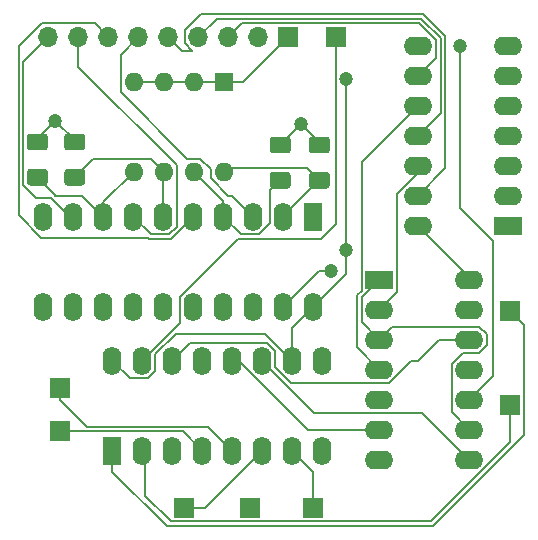
<source format=gbr>
%TF.GenerationSoftware,KiCad,Pcbnew,(5.1.6)-1*%
%TF.CreationDate,2020-10-26T14:55:51-07:00*%
%TF.ProjectId,DigitController2,44696769-7443-46f6-9e74-726f6c6c6572,rev?*%
%TF.SameCoordinates,Original*%
%TF.FileFunction,Copper,L1,Top*%
%TF.FilePolarity,Positive*%
%FSLAX46Y46*%
G04 Gerber Fmt 4.6, Leading zero omitted, Abs format (unit mm)*
G04 Created by KiCad (PCBNEW (5.1.6)-1) date 2020-10-26 14:55:51*
%MOMM*%
%LPD*%
G01*
G04 APERTURE LIST*
%TA.AperFunction,ComponentPad*%
%ADD10O,1.600000X2.400000*%
%TD*%
%TA.AperFunction,ComponentPad*%
%ADD11R,1.600000X2.400000*%
%TD*%
%TA.AperFunction,ComponentPad*%
%ADD12R,1.600000X1.600000*%
%TD*%
%TA.AperFunction,ComponentPad*%
%ADD13O,1.600000X1.600000*%
%TD*%
%TA.AperFunction,ComponentPad*%
%ADD14O,2.400000X1.600000*%
%TD*%
%TA.AperFunction,ComponentPad*%
%ADD15R,2.400000X1.600000*%
%TD*%
%TA.AperFunction,ComponentPad*%
%ADD16R,1.700000X1.700000*%
%TD*%
%TA.AperFunction,ComponentPad*%
%ADD17O,1.700000X1.700000*%
%TD*%
%TA.AperFunction,ViaPad*%
%ADD18C,1.200000*%
%TD*%
%TA.AperFunction,Conductor*%
%ADD19C,0.200000*%
%TD*%
G04 APERTURE END LIST*
D10*
%TO.P,U3,16*%
%TO.N,/VCC*%
X120904000Y-114808000D03*
%TO.P,U3,8*%
%TO.N,/GND*%
X138684000Y-122428000D03*
%TO.P,U3,15*%
%TO.N,/SEG_A*%
X123444000Y-114808000D03*
%TO.P,U3,7*%
%TO.N,/SEG_H*%
X136144000Y-122428000D03*
%TO.P,U3,14*%
%TO.N,Net-(IC1-Pad12)*%
X125984000Y-114808000D03*
%TO.P,U3,6*%
%TO.N,/SEG_G*%
X133604000Y-122428000D03*
%TO.P,U3,13*%
%TO.N,/GND*%
X128524000Y-114808000D03*
%TO.P,U3,5*%
%TO.N,/SEG_F*%
X131064000Y-122428000D03*
%TO.P,U3,12*%
%TO.N,Net-(IC1-Pad6)*%
X131064000Y-114808000D03*
%TO.P,U3,4*%
%TO.N,/SEG_E*%
X128524000Y-122428000D03*
%TO.P,U3,11*%
%TO.N,Net-(IC1-Pad8)*%
X133604000Y-114808000D03*
%TO.P,U3,3*%
%TO.N,/SEG_D*%
X125984000Y-122428000D03*
%TO.P,U3,10*%
%TO.N,/VCC*%
X136144000Y-114808000D03*
%TO.P,U3,2*%
%TO.N,/SEG_C*%
X123444000Y-122428000D03*
%TO.P,U3,9*%
%TO.N,Net-(U3-Pad9)*%
X138684000Y-114808000D03*
D11*
%TO.P,U3,1*%
%TO.N,/SEG_B*%
X120904000Y-122428000D03*
%TD*%
D12*
%TO.P,SW1,1*%
%TO.N,/VCC*%
X130322000Y-91190000D03*
D13*
%TO.P,SW1,5*%
%TO.N,Net-(R1-Pad1)*%
X122702000Y-98810000D03*
%TO.P,SW1,2*%
%TO.N,/VCC*%
X127782000Y-91190000D03*
%TO.P,SW1,6*%
%TO.N,Net-(R2-Pad1)*%
X125242000Y-98810000D03*
%TO.P,SW1,3*%
%TO.N,/VCC*%
X125242000Y-91190000D03*
%TO.P,SW1,7*%
%TO.N,Net-(R3-Pad1)*%
X127782000Y-98810000D03*
%TO.P,SW1,4*%
%TO.N,/VCC*%
X122702000Y-91190000D03*
%TO.P,SW1,8*%
%TO.N,Net-(R4-Pad1)*%
X130322000Y-98810000D03*
%TD*%
D10*
%TO.P,U2,20*%
%TO.N,/VCC*%
X137922000Y-110236000D03*
%TO.P,U2,10*%
%TO.N,/GND*%
X115062000Y-102616000D03*
%TO.P,U2,19*%
%TO.N,/DIGIT_SELECT*%
X135382000Y-110236000D03*
%TO.P,U2,9*%
%TO.N,/ADDR3_IN*%
X117602000Y-102616000D03*
%TO.P,U2,18*%
%TO.N,/GND*%
X132842000Y-110236000D03*
%TO.P,U2,8*%
%TO.N,Net-(R1-Pad1)*%
X120142000Y-102616000D03*
%TO.P,U2,17*%
%TO.N,/GND*%
X130302000Y-110236000D03*
%TO.P,U2,7*%
%TO.N,/ADDR2_IN*%
X122682000Y-102616000D03*
%TO.P,U2,16*%
%TO.N,/GND*%
X127762000Y-110236000D03*
%TO.P,U2,6*%
%TO.N,Net-(R2-Pad1)*%
X125222000Y-102616000D03*
%TO.P,U2,15*%
%TO.N,/GND*%
X125222000Y-110236000D03*
%TO.P,U2,5*%
%TO.N,/ADDR1_IN*%
X127762000Y-102616000D03*
%TO.P,U2,14*%
%TO.N,/GND*%
X122682000Y-110236000D03*
%TO.P,U2,4*%
%TO.N,Net-(R3-Pad1)*%
X130302000Y-102616000D03*
%TO.P,U2,13*%
%TO.N,/GND*%
X120142000Y-110236000D03*
%TO.P,U2,3*%
%TO.N,/ADDR0_IN*%
X132842000Y-102616000D03*
%TO.P,U2,12*%
%TO.N,/GND*%
X117602000Y-110236000D03*
%TO.P,U2,2*%
%TO.N,Net-(R4-Pad1)*%
X135382000Y-102616000D03*
%TO.P,U2,11*%
%TO.N,/GND*%
X115062000Y-110236000D03*
D11*
%TO.P,U2,1*%
X137922000Y-102616000D03*
%TD*%
D14*
%TO.P,U1,14*%
%TO.N,/VCC*%
X146812000Y-103378000D03*
%TO.P,U1,7*%
%TO.N,/GND*%
X154432000Y-88138000D03*
%TO.P,U1,13*%
%TO.N,/SRCLK_IN*%
X146812000Y-100838000D03*
%TO.P,U1,6*%
%TO.N,/GND*%
X154432000Y-90678000D03*
%TO.P,U1,12*%
%TO.N,Net-(IC1-Pad2)*%
X146812000Y-98298000D03*
%TO.P,U1,5*%
%TO.N,/GND*%
X154432000Y-93218000D03*
%TO.P,U1,11*%
%TO.N,/RCLK_IN*%
X146812000Y-95758000D03*
%TO.P,U1,4*%
%TO.N,/GND*%
X154432000Y-95758000D03*
%TO.P,U1,10*%
%TO.N,Net-(IC1-Pad4)*%
X146812000Y-93218000D03*
%TO.P,U1,3*%
%TO.N,/GND*%
X154432000Y-98298000D03*
%TO.P,U1,9*%
%TO.N,/SER_IN*%
X146812000Y-90678000D03*
%TO.P,U1,2*%
%TO.N,/GND*%
X154432000Y-100838000D03*
%TO.P,U1,8*%
%TO.N,Net-(IC1-Pad10)*%
X146812000Y-88138000D03*
D15*
%TO.P,U1,1*%
%TO.N,/GND*%
X154432000Y-103378000D03*
%TD*%
%TO.P,R4,2*%
%TO.N,/GND*%
%TA.AperFunction,SMDPad,CuDef*%
G36*
G01*
X139055000Y-97269000D02*
X137805000Y-97269000D01*
G75*
G02*
X137555000Y-97019000I0J250000D01*
G01*
X137555000Y-96094000D01*
G75*
G02*
X137805000Y-95844000I250000J0D01*
G01*
X139055000Y-95844000D01*
G75*
G02*
X139305000Y-96094000I0J-250000D01*
G01*
X139305000Y-97019000D01*
G75*
G02*
X139055000Y-97269000I-250000J0D01*
G01*
G37*
%TD.AperFunction*%
%TO.P,R4,1*%
%TO.N,Net-(R4-Pad1)*%
%TA.AperFunction,SMDPad,CuDef*%
G36*
G01*
X139055000Y-100244000D02*
X137805000Y-100244000D01*
G75*
G02*
X137555000Y-99994000I0J250000D01*
G01*
X137555000Y-99069000D01*
G75*
G02*
X137805000Y-98819000I250000J0D01*
G01*
X139055000Y-98819000D01*
G75*
G02*
X139305000Y-99069000I0J-250000D01*
G01*
X139305000Y-99994000D01*
G75*
G02*
X139055000Y-100244000I-250000J0D01*
G01*
G37*
%TD.AperFunction*%
%TD*%
%TO.P,R3,2*%
%TO.N,/GND*%
%TA.AperFunction,SMDPad,CuDef*%
G36*
G01*
X135747000Y-97269000D02*
X134497000Y-97269000D01*
G75*
G02*
X134247000Y-97019000I0J250000D01*
G01*
X134247000Y-96094000D01*
G75*
G02*
X134497000Y-95844000I250000J0D01*
G01*
X135747000Y-95844000D01*
G75*
G02*
X135997000Y-96094000I0J-250000D01*
G01*
X135997000Y-97019000D01*
G75*
G02*
X135747000Y-97269000I-250000J0D01*
G01*
G37*
%TD.AperFunction*%
%TO.P,R3,1*%
%TO.N,Net-(R3-Pad1)*%
%TA.AperFunction,SMDPad,CuDef*%
G36*
G01*
X135747000Y-100244000D02*
X134497000Y-100244000D01*
G75*
G02*
X134247000Y-99994000I0J250000D01*
G01*
X134247000Y-99069000D01*
G75*
G02*
X134497000Y-98819000I250000J0D01*
G01*
X135747000Y-98819000D01*
G75*
G02*
X135997000Y-99069000I0J-250000D01*
G01*
X135997000Y-99994000D01*
G75*
G02*
X135747000Y-100244000I-250000J0D01*
G01*
G37*
%TD.AperFunction*%
%TD*%
%TO.P,R2,2*%
%TO.N,/GND*%
%TA.AperFunction,SMDPad,CuDef*%
G36*
G01*
X118347000Y-97015000D02*
X117097000Y-97015000D01*
G75*
G02*
X116847000Y-96765000I0J250000D01*
G01*
X116847000Y-95840000D01*
G75*
G02*
X117097000Y-95590000I250000J0D01*
G01*
X118347000Y-95590000D01*
G75*
G02*
X118597000Y-95840000I0J-250000D01*
G01*
X118597000Y-96765000D01*
G75*
G02*
X118347000Y-97015000I-250000J0D01*
G01*
G37*
%TD.AperFunction*%
%TO.P,R2,1*%
%TO.N,Net-(R2-Pad1)*%
%TA.AperFunction,SMDPad,CuDef*%
G36*
G01*
X118347000Y-99990000D02*
X117097000Y-99990000D01*
G75*
G02*
X116847000Y-99740000I0J250000D01*
G01*
X116847000Y-98815000D01*
G75*
G02*
X117097000Y-98565000I250000J0D01*
G01*
X118347000Y-98565000D01*
G75*
G02*
X118597000Y-98815000I0J-250000D01*
G01*
X118597000Y-99740000D01*
G75*
G02*
X118347000Y-99990000I-250000J0D01*
G01*
G37*
%TD.AperFunction*%
%TD*%
%TO.P,R1,2*%
%TO.N,/GND*%
%TA.AperFunction,SMDPad,CuDef*%
G36*
G01*
X115179000Y-97015000D02*
X113929000Y-97015000D01*
G75*
G02*
X113679000Y-96765000I0J250000D01*
G01*
X113679000Y-95840000D01*
G75*
G02*
X113929000Y-95590000I250000J0D01*
G01*
X115179000Y-95590000D01*
G75*
G02*
X115429000Y-95840000I0J-250000D01*
G01*
X115429000Y-96765000D01*
G75*
G02*
X115179000Y-97015000I-250000J0D01*
G01*
G37*
%TD.AperFunction*%
%TO.P,R1,1*%
%TO.N,Net-(R1-Pad1)*%
%TA.AperFunction,SMDPad,CuDef*%
G36*
G01*
X115179000Y-99990000D02*
X113929000Y-99990000D01*
G75*
G02*
X113679000Y-99740000I0J250000D01*
G01*
X113679000Y-98815000D01*
G75*
G02*
X113929000Y-98565000I250000J0D01*
G01*
X115179000Y-98565000D01*
G75*
G02*
X115429000Y-98815000I0J-250000D01*
G01*
X115429000Y-99740000D01*
G75*
G02*
X115179000Y-99990000I-250000J0D01*
G01*
G37*
%TD.AperFunction*%
%TD*%
D14*
%TO.P,IC1,14*%
%TO.N,/VCC*%
X151130000Y-107950000D03*
%TO.P,IC1,7*%
%TO.N,/GND*%
X143510000Y-123190000D03*
%TO.P,IC1,13*%
X151130000Y-110490000D03*
%TO.P,IC1,6*%
%TO.N,Net-(IC1-Pad6)*%
X143510000Y-120650000D03*
%TO.P,IC1,12*%
%TO.N,Net-(IC1-Pad12)*%
X151130000Y-113030000D03*
%TO.P,IC1,5*%
%TO.N,/GND*%
X143510000Y-118110000D03*
%TO.P,IC1,11*%
X151130000Y-115570000D03*
%TO.P,IC1,4*%
%TO.N,Net-(IC1-Pad4)*%
X143510000Y-115570000D03*
%TO.P,IC1,10*%
%TO.N,Net-(IC1-Pad10)*%
X151130000Y-118110000D03*
%TO.P,IC1,3*%
%TO.N,/DIGIT_SELECT*%
X143510000Y-113030000D03*
%TO.P,IC1,9*%
X151130000Y-120650000D03*
%TO.P,IC1,2*%
%TO.N,Net-(IC1-Pad2)*%
X143510000Y-110490000D03*
%TO.P,IC1,8*%
%TO.N,Net-(IC1-Pad8)*%
X151130000Y-123190000D03*
D15*
%TO.P,IC1,1*%
%TO.N,/DIGIT_SELECT*%
X143510000Y-107950000D03*
%TD*%
D16*
%TO.P,J6,1*%
%TO.N,/SEG_D*%
X132588000Y-127254000D03*
%TD*%
%TO.P,J1,1*%
%TO.N,/SEG_H*%
X137922000Y-127254000D03*
%TD*%
%TO.P,J2,1*%
%TO.N,/SEG_G*%
X127000000Y-127254000D03*
%TD*%
%TO.P,J3,1*%
%TO.N,/SEG_F*%
X116500000Y-117100000D03*
%TD*%
%TO.P,J4,1*%
%TO.N,/VCC*%
X135800000Y-87400000D03*
D17*
%TO.P,J4,2*%
%TO.N,/GND*%
X133260000Y-87400000D03*
%TO.P,J4,3*%
%TO.N,/SER_IN*%
X130720000Y-87400000D03*
%TO.P,J4,4*%
%TO.N,/RCLK_IN*%
X128180000Y-87400000D03*
%TO.P,J4,5*%
%TO.N,/SRCLK_IN*%
X125640000Y-87400000D03*
%TO.P,J4,6*%
%TO.N,/ADDR0_IN*%
X123100000Y-87400000D03*
%TO.P,J4,7*%
%TO.N,/ADDR1_IN*%
X120560000Y-87400000D03*
%TO.P,J4,8*%
%TO.N,/ADDR2_IN*%
X118020000Y-87400000D03*
%TO.P,J4,9*%
%TO.N,/ADDR3_IN*%
X115480000Y-87400000D03*
%TD*%
D16*
%TO.P,J5,1*%
%TO.N,/SEG_E*%
X116500000Y-120800000D03*
%TD*%
%TO.P,J7,1*%
%TO.N,/SEG_C*%
X154600000Y-118600000D03*
%TD*%
%TO.P,J8,1*%
%TO.N,/SEG_B*%
X154600000Y-110600000D03*
%TD*%
%TO.P,J9,1*%
%TO.N,/SEG_A*%
X139800000Y-87400000D03*
%TD*%
D18*
%TO.N,Net-(IC1-Pad10)*%
X150368000Y-88138000D03*
%TO.N,/DIGIT_SELECT*%
X139446000Y-107188000D03*
%TO.N,/GND*%
X136906000Y-94742000D03*
X116078000Y-94488000D03*
%TO.N,/VCC*%
X140716000Y-105410000D03*
X140716000Y-90932000D03*
%TD*%
D19*
%TO.N,/SEG_H*%
X137922000Y-124206000D02*
X136144000Y-122428000D01*
X137922000Y-127254000D02*
X137922000Y-124206000D01*
%TO.N,/SEG_G*%
X127040000Y-127360000D02*
X127000000Y-127400000D01*
X128778000Y-127254000D02*
X133604000Y-122428000D01*
X127000000Y-127254000D02*
X128778000Y-127254000D01*
%TO.N,/SEG_F*%
X116500000Y-118150000D02*
X118746000Y-120396000D01*
X116500000Y-117100000D02*
X116500000Y-118150000D01*
X129032000Y-120396000D02*
X131064000Y-122428000D01*
X118746000Y-120396000D02*
X129032000Y-120396000D01*
%TO.N,/VCC*%
X132010000Y-91190000D02*
X130322000Y-91190000D01*
X135800000Y-87400000D02*
X132010000Y-91190000D01*
X130322000Y-91190000D02*
X122702000Y-91190000D01*
X151130000Y-107696000D02*
X146812000Y-103378000D01*
X151130000Y-107950000D02*
X151130000Y-107696000D01*
X136144000Y-112014000D02*
X137922000Y-110236000D01*
X136144000Y-114808000D02*
X136144000Y-112014000D01*
X122404010Y-116308010D02*
X120904000Y-114808000D01*
X123899639Y-116308010D02*
X122404010Y-116308010D01*
X124544010Y-114273688D02*
X124544010Y-115663639D01*
X126295698Y-112522000D02*
X124544010Y-114273688D01*
X124544010Y-115663639D02*
X123899639Y-116308010D01*
X133858000Y-112522000D02*
X126295698Y-112522000D01*
X136144000Y-114808000D02*
X133858000Y-112522000D01*
X137922000Y-110236000D02*
X140716000Y-107442000D01*
X140716000Y-107442000D02*
X140716000Y-105410000D01*
X140716000Y-105410000D02*
X140716000Y-105410000D01*
X140716000Y-105410000D02*
X140716000Y-93472000D01*
X140716000Y-93472000D02*
X140716000Y-90932000D01*
X140716000Y-90932000D02*
X140716000Y-90932000D01*
%TO.N,/GND*%
X138430000Y-96266000D02*
X138430000Y-96556500D01*
X136906000Y-94742000D02*
X138430000Y-96266000D01*
X135122000Y-96526000D02*
X135122000Y-96556500D01*
X136906000Y-94742000D02*
X135122000Y-96526000D01*
X117722000Y-96132000D02*
X117722000Y-96302500D01*
X116078000Y-94488000D02*
X117722000Y-96132000D01*
X114554000Y-96012000D02*
X114554000Y-96302500D01*
X116078000Y-94488000D02*
X114554000Y-96012000D01*
%TO.N,/SEG_E*%
X126896000Y-120800000D02*
X128524000Y-122428000D01*
X116500000Y-120800000D02*
X126896000Y-120800000D01*
%TO.N,/SEG_C*%
X154600000Y-118600000D02*
X154600000Y-121675649D01*
X147871648Y-128404001D02*
X125864001Y-128404001D01*
X154600000Y-121675649D02*
X147871648Y-128404001D01*
X125864001Y-128404001D02*
X123698000Y-126238000D01*
X123698000Y-122682000D02*
X123444000Y-122428000D01*
X123698000Y-126238000D02*
X123698000Y-122682000D01*
%TO.N,/SEG_B*%
X120904000Y-124206000D02*
X120904000Y-122428000D01*
X155750001Y-111750001D02*
X155750001Y-121091347D01*
X148037337Y-128804011D02*
X125502011Y-128804011D01*
X154600000Y-110600000D02*
X155750001Y-111750001D01*
X155750001Y-121091347D02*
X148037337Y-128804011D01*
X125502011Y-128804011D02*
X120904000Y-124206000D01*
%TO.N,/SEG_A*%
X139800000Y-103278002D02*
X139800000Y-87400000D01*
X138561982Y-104516020D02*
X139800000Y-103278002D01*
X131526331Y-104516020D02*
X138561982Y-104516020D01*
X126661990Y-111590010D02*
X126661990Y-109380361D01*
X126661990Y-109380361D02*
X131526331Y-104516020D01*
X123444000Y-114808000D02*
X126661990Y-111590010D01*
%TO.N,Net-(R1-Pad1)*%
X120142000Y-101370000D02*
X122702000Y-98810000D01*
X120142000Y-102616000D02*
X120142000Y-101370000D01*
X120142000Y-102616000D02*
X118364000Y-100838000D01*
X118364000Y-100838000D02*
X116078000Y-100838000D01*
X116078000Y-100801500D02*
X114554000Y-99277500D01*
X116078000Y-100838000D02*
X116078000Y-100801500D01*
%TO.N,Net-(R2-Pad1)*%
X124141999Y-97709999D02*
X125242000Y-98810000D01*
X119289501Y-97709999D02*
X124141999Y-97709999D01*
X117722000Y-99277500D02*
X119289501Y-97709999D01*
X125222000Y-98830000D02*
X125242000Y-98810000D01*
X125222000Y-102616000D02*
X125222000Y-98830000D01*
%TO.N,Net-(R3-Pad1)*%
X130302000Y-101330000D02*
X127782000Y-98810000D01*
X130302000Y-102616000D02*
X130302000Y-101330000D01*
X134281990Y-100371510D02*
X135122000Y-99531500D01*
X134281990Y-103131659D02*
X134281990Y-100371510D01*
X133297639Y-104116010D02*
X134281990Y-103131659D01*
X131802010Y-104116010D02*
X133297639Y-104116010D01*
X130302000Y-102616000D02*
X131802010Y-104116010D01*
%TO.N,Net-(R4-Pad1)*%
X135382000Y-102579500D02*
X138430000Y-99531500D01*
X135382000Y-102616000D02*
X135382000Y-102579500D01*
X130613010Y-98518990D02*
X130322000Y-98810000D01*
X137417490Y-98518990D02*
X130613010Y-98518990D01*
X138430000Y-99531500D02*
X137417490Y-98518990D01*
%TO.N,Net-(IC1-Pad6)*%
X131648351Y-114808000D02*
X131064000Y-114808000D01*
X137490351Y-120650000D02*
X131648351Y-114808000D01*
X143510000Y-120650000D02*
X137490351Y-120650000D01*
%TO.N,Net-(IC1-Pad12)*%
X151130000Y-113030000D02*
X148590000Y-113030000D01*
X148590000Y-113030000D02*
X146812000Y-114808000D01*
X134704010Y-113952361D02*
X134035649Y-113284000D01*
X146227649Y-114808000D02*
X144365639Y-116670010D01*
X136050361Y-116670010D02*
X134704010Y-115323659D01*
X144365639Y-116670010D02*
X136050361Y-116670010D01*
X146812000Y-114808000D02*
X146227649Y-114808000D01*
X134704010Y-115323659D02*
X134704010Y-113952361D01*
X127508000Y-113284000D02*
X125984000Y-114808000D01*
X134035649Y-113284000D02*
X127508000Y-113284000D01*
%TO.N,Net-(IC1-Pad4)*%
X141609980Y-113669980D02*
X143510000Y-115570000D01*
X141609980Y-109284321D02*
X141609980Y-113669980D01*
X142009999Y-98020001D02*
X142009999Y-108884303D01*
X142009999Y-108884303D02*
X141609980Y-109284321D01*
X146812000Y-93218000D02*
X142009999Y-98020001D01*
%TO.N,Net-(IC1-Pad10)*%
X150368000Y-101854002D02*
X153162000Y-104648002D01*
X150368000Y-88138000D02*
X150368000Y-101854002D01*
X153162000Y-116078000D02*
X151130000Y-118110000D01*
X153162000Y-104648002D02*
X153162000Y-116078000D01*
%TO.N,/DIGIT_SELECT*%
X142009990Y-111529990D02*
X143510000Y-113030000D01*
X142009990Y-109450010D02*
X142009990Y-111529990D01*
X143510000Y-107950000D02*
X142009990Y-109450010D01*
X149629990Y-119149990D02*
X149629990Y-115114361D01*
X151130000Y-120650000D02*
X149629990Y-119149990D01*
X151985639Y-111929990D02*
X144610010Y-111929990D01*
X152630010Y-112574361D02*
X151985639Y-111929990D01*
X152630010Y-113485639D02*
X152630010Y-112574361D01*
X144610010Y-111929990D02*
X143510000Y-113030000D01*
X151985639Y-114130010D02*
X152630010Y-113485639D01*
X150614341Y-114130010D02*
X151985639Y-114130010D01*
X149629990Y-115114361D02*
X150614341Y-114130010D01*
X138430000Y-107188000D02*
X139446000Y-107188000D01*
X135382000Y-110236000D02*
X138430000Y-107188000D01*
%TO.N,Net-(IC1-Pad2)*%
X145010001Y-100684350D02*
X145010001Y-108989999D01*
X146812000Y-98882351D02*
X145010001Y-100684350D01*
X145010001Y-108989999D02*
X143510000Y-110490000D01*
X146812000Y-98298000D02*
X146812000Y-98882351D01*
%TO.N,Net-(IC1-Pad8)*%
X147150010Y-119210010D02*
X151130000Y-123190000D01*
X138006010Y-119210010D02*
X147150010Y-119210010D01*
X133604000Y-114808000D02*
X138006010Y-119210010D01*
%TO.N,/SER_IN*%
X148312010Y-87682361D02*
X148312010Y-89177990D01*
X146879648Y-86249999D02*
X148312010Y-87682361D01*
X131870001Y-86249999D02*
X146879648Y-86249999D01*
X148312010Y-89177990D02*
X146812000Y-90678000D01*
X130720000Y-87400000D02*
X131870001Y-86249999D01*
%TO.N,/RCLK_IN*%
X148712020Y-93857980D02*
X146812000Y-95758000D01*
X148712020Y-87516672D02*
X148712020Y-93857980D01*
X147045337Y-85849989D02*
X148712020Y-87516672D01*
X129730011Y-85849989D02*
X147045337Y-85849989D01*
X128180000Y-87400000D02*
X129730011Y-85849989D01*
%TO.N,/SRCLK_IN*%
X149112030Y-87350983D02*
X149112030Y-98537970D01*
X149112030Y-98537970D02*
X146812000Y-100838000D01*
X147211026Y-85449979D02*
X149112030Y-87350983D01*
X128428019Y-85449979D02*
X147211026Y-85449979D01*
X127029999Y-86847999D02*
X128428019Y-85449979D01*
X127029999Y-87952001D02*
X127029999Y-86847999D01*
X127627999Y-88550001D02*
X127029999Y-87952001D01*
X126790001Y-88550001D02*
X127627999Y-88550001D01*
X125640000Y-87400000D02*
X126790001Y-88550001D01*
%TO.N,/ADDR0_IN*%
X129221999Y-98621997D02*
X129221999Y-99338001D01*
X123100000Y-87400000D02*
X121601999Y-88898001D01*
X129221999Y-99338001D02*
X130721998Y-100838000D01*
X121601999Y-92057999D02*
X127253999Y-97709999D01*
X121601999Y-88898001D02*
X121601999Y-92057999D01*
X127253999Y-97709999D02*
X128310001Y-97709999D01*
X128310001Y-97709999D02*
X129221999Y-98621997D01*
X131064000Y-100838000D02*
X132842000Y-102616000D01*
X130721998Y-100838000D02*
X131064000Y-100838000D01*
%TO.N,/ADDR1_IN*%
X112978980Y-102488629D02*
X114884351Y-104394000D01*
X114927999Y-86249999D02*
X112978980Y-88199018D01*
X120560000Y-87400000D02*
X119409999Y-86249999D01*
X112978980Y-88199018D02*
X112978980Y-102488629D01*
X119409999Y-86249999D02*
X114927999Y-86249999D01*
X125861980Y-104516020D02*
X127762000Y-102616000D01*
X123894301Y-104394000D02*
X124016321Y-104516020D01*
X124016321Y-104516020D02*
X125861980Y-104516020D01*
X114884351Y-104394000D02*
X123894301Y-104394000D01*
%TO.N,/ADDR2_IN*%
X124182010Y-104116010D02*
X122682000Y-102616000D01*
X125677639Y-104116010D02*
X124182010Y-104116010D01*
X126342001Y-98281999D02*
X126342001Y-103451648D01*
X126342001Y-103451648D02*
X125677639Y-104116010D01*
X118020000Y-89959998D02*
X126342001Y-98281999D01*
X118020000Y-87400000D02*
X118020000Y-89959998D01*
%TO.N,/ADDR3_IN*%
X115677990Y-101003689D02*
X117290301Y-102616000D01*
X114414855Y-101003689D02*
X115677990Y-101003689D01*
X113378990Y-99967824D02*
X114414855Y-101003689D01*
X117290301Y-102616000D02*
X117602000Y-102616000D01*
X113378990Y-89501010D02*
X113378990Y-99967824D01*
X115480000Y-87400000D02*
X113378990Y-89501010D01*
%TD*%
M02*

</source>
